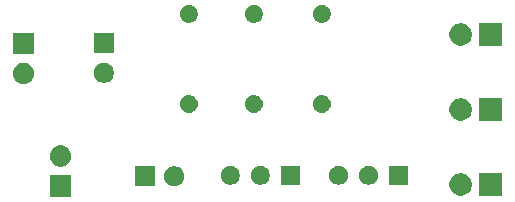
<source format=gbr>
G04 #@! TF.GenerationSoftware,KiCad,Pcbnew,(5.0.2)-1*
G04 #@! TF.CreationDate,2019-04-22T20:12:10-05:00*
G04 #@! TF.ProjectId,luz_audioritmica,6c757a5f-6175-4646-996f-7269746d6963,rev?*
G04 #@! TF.SameCoordinates,PX70bf868PY6c4a2b0*
G04 #@! TF.FileFunction,Soldermask,Bot*
G04 #@! TF.FilePolarity,Negative*
%FSLAX46Y46*%
G04 Gerber Fmt 4.6, Leading zero omitted, Abs format (unit mm)*
G04 Created by KiCad (PCBNEW (5.0.2)-1) date 4/22/2019 8:12:10 PM*
%MOMM*%
%LPD*%
G01*
G04 APERTURE LIST*
%ADD10C,0.100000*%
G04 APERTURE END LIST*
D10*
G36*
X7283000Y2782000D02*
X5481000Y2782000D01*
X5481000Y4584000D01*
X7283000Y4584000D01*
X7283000Y2782000D01*
X7283000Y2782000D01*
G37*
G36*
X43751000Y2859000D02*
X41849000Y2859000D01*
X41849000Y4761000D01*
X43751000Y4761000D01*
X43751000Y2859000D01*
X43751000Y2859000D01*
G37*
G36*
X40537396Y4724454D02*
X40710466Y4652766D01*
X40866230Y4548688D01*
X40998688Y4416230D01*
X41102766Y4260466D01*
X41174454Y4087396D01*
X41211000Y3903667D01*
X41211000Y3716333D01*
X41174454Y3532604D01*
X41102766Y3359534D01*
X40998688Y3203770D01*
X40866230Y3071312D01*
X40710466Y2967234D01*
X40537396Y2895546D01*
X40353667Y2859000D01*
X40166333Y2859000D01*
X39982604Y2895546D01*
X39809534Y2967234D01*
X39653770Y3071312D01*
X39521312Y3203770D01*
X39417234Y3359534D01*
X39345546Y3532604D01*
X39309000Y3716333D01*
X39309000Y3903667D01*
X39345546Y4087396D01*
X39417234Y4260466D01*
X39521312Y4416230D01*
X39653770Y4548688D01*
X39809534Y4652766D01*
X39982604Y4724454D01*
X40166333Y4761000D01*
X40353667Y4761000D01*
X40537396Y4724454D01*
X40537396Y4724454D01*
G37*
G36*
X14351000Y3649000D02*
X12649000Y3649000D01*
X12649000Y5351000D01*
X14351000Y5351000D01*
X14351000Y3649000D01*
X14351000Y3649000D01*
G37*
G36*
X16248228Y5318297D02*
X16403100Y5254147D01*
X16542481Y5161015D01*
X16661015Y5042481D01*
X16754147Y4903100D01*
X16818297Y4748228D01*
X16851000Y4583816D01*
X16851000Y4416184D01*
X16818297Y4251772D01*
X16754147Y4096900D01*
X16661015Y3957519D01*
X16542481Y3838985D01*
X16403100Y3745853D01*
X16248228Y3681703D01*
X16083816Y3649000D01*
X15916184Y3649000D01*
X15751772Y3681703D01*
X15596900Y3745853D01*
X15457519Y3838985D01*
X15338985Y3957519D01*
X15245853Y4096900D01*
X15181703Y4251772D01*
X15149000Y4416184D01*
X15149000Y4583816D01*
X15181703Y4748228D01*
X15245853Y4903100D01*
X15338985Y5042481D01*
X15457519Y5161015D01*
X15596900Y5254147D01*
X15751772Y5318297D01*
X15916184Y5351000D01*
X16083816Y5351000D01*
X16248228Y5318297D01*
X16248228Y5318297D01*
G37*
G36*
X23518643Y5350219D02*
X23664415Y5289838D01*
X23795611Y5202176D01*
X23907176Y5090611D01*
X23994838Y4959415D01*
X24055219Y4813643D01*
X24086000Y4658893D01*
X24086000Y4501107D01*
X24055219Y4346357D01*
X23994838Y4200585D01*
X23907176Y4069389D01*
X23795611Y3957824D01*
X23664415Y3870162D01*
X23518643Y3809781D01*
X23363893Y3779000D01*
X23206107Y3779000D01*
X23051357Y3809781D01*
X22905585Y3870162D01*
X22774389Y3957824D01*
X22662824Y4069389D01*
X22575162Y4200585D01*
X22514781Y4346357D01*
X22484000Y4501107D01*
X22484000Y4658893D01*
X22514781Y4813643D01*
X22575162Y4959415D01*
X22662824Y5090611D01*
X22774389Y5202176D01*
X22905585Y5289838D01*
X23051357Y5350219D01*
X23206107Y5381000D01*
X23363893Y5381000D01*
X23518643Y5350219D01*
X23518643Y5350219D01*
G37*
G36*
X35801000Y3779000D02*
X34199000Y3779000D01*
X34199000Y5381000D01*
X35801000Y5381000D01*
X35801000Y3779000D01*
X35801000Y3779000D01*
G37*
G36*
X20978643Y5350219D02*
X21124415Y5289838D01*
X21255611Y5202176D01*
X21367176Y5090611D01*
X21454838Y4959415D01*
X21515219Y4813643D01*
X21546000Y4658893D01*
X21546000Y4501107D01*
X21515219Y4346357D01*
X21454838Y4200585D01*
X21367176Y4069389D01*
X21255611Y3957824D01*
X21124415Y3870162D01*
X20978643Y3809781D01*
X20823893Y3779000D01*
X20666107Y3779000D01*
X20511357Y3809781D01*
X20365585Y3870162D01*
X20234389Y3957824D01*
X20122824Y4069389D01*
X20035162Y4200585D01*
X19974781Y4346357D01*
X19944000Y4501107D01*
X19944000Y4658893D01*
X19974781Y4813643D01*
X20035162Y4959415D01*
X20122824Y5090611D01*
X20234389Y5202176D01*
X20365585Y5289838D01*
X20511357Y5350219D01*
X20666107Y5381000D01*
X20823893Y5381000D01*
X20978643Y5350219D01*
X20978643Y5350219D01*
G37*
G36*
X26626000Y3779000D02*
X25024000Y3779000D01*
X25024000Y5381000D01*
X26626000Y5381000D01*
X26626000Y3779000D01*
X26626000Y3779000D01*
G37*
G36*
X30153643Y5350219D02*
X30299415Y5289838D01*
X30430611Y5202176D01*
X30542176Y5090611D01*
X30629838Y4959415D01*
X30690219Y4813643D01*
X30721000Y4658893D01*
X30721000Y4501107D01*
X30690219Y4346357D01*
X30629838Y4200585D01*
X30542176Y4069389D01*
X30430611Y3957824D01*
X30299415Y3870162D01*
X30153643Y3809781D01*
X29998893Y3779000D01*
X29841107Y3779000D01*
X29686357Y3809781D01*
X29540585Y3870162D01*
X29409389Y3957824D01*
X29297824Y4069389D01*
X29210162Y4200585D01*
X29149781Y4346357D01*
X29119000Y4501107D01*
X29119000Y4658893D01*
X29149781Y4813643D01*
X29210162Y4959415D01*
X29297824Y5090611D01*
X29409389Y5202176D01*
X29540585Y5289838D01*
X29686357Y5350219D01*
X29841107Y5381000D01*
X29998893Y5381000D01*
X30153643Y5350219D01*
X30153643Y5350219D01*
G37*
G36*
X32693643Y5350219D02*
X32839415Y5289838D01*
X32970611Y5202176D01*
X33082176Y5090611D01*
X33169838Y4959415D01*
X33230219Y4813643D01*
X33261000Y4658893D01*
X33261000Y4501107D01*
X33230219Y4346357D01*
X33169838Y4200585D01*
X33082176Y4069389D01*
X32970611Y3957824D01*
X32839415Y3870162D01*
X32693643Y3809781D01*
X32538893Y3779000D01*
X32381107Y3779000D01*
X32226357Y3809781D01*
X32080585Y3870162D01*
X31949389Y3957824D01*
X31837824Y4069389D01*
X31750162Y4200585D01*
X31689781Y4346357D01*
X31659000Y4501107D01*
X31659000Y4658893D01*
X31689781Y4813643D01*
X31750162Y4959415D01*
X31837824Y5090611D01*
X31949389Y5202176D01*
X32080585Y5289838D01*
X32226357Y5350219D01*
X32381107Y5381000D01*
X32538893Y5381000D01*
X32693643Y5350219D01*
X32693643Y5350219D01*
G37*
G36*
X6492443Y7117481D02*
X6558627Y7110963D01*
X6671853Y7076616D01*
X6728467Y7059443D01*
X6867087Y6985348D01*
X6884991Y6975778D01*
X6920729Y6946448D01*
X7022186Y6863186D01*
X7105448Y6761729D01*
X7134778Y6725991D01*
X7134779Y6725989D01*
X7218443Y6569467D01*
X7218443Y6569466D01*
X7269963Y6399627D01*
X7287359Y6223000D01*
X7269963Y6046373D01*
X7235616Y5933147D01*
X7218443Y5876533D01*
X7144348Y5737913D01*
X7134778Y5720009D01*
X7105448Y5684271D01*
X7022186Y5582814D01*
X6920729Y5499552D01*
X6884991Y5470222D01*
X6884989Y5470221D01*
X6728467Y5386557D01*
X6671853Y5369384D01*
X6558627Y5335037D01*
X6492442Y5328518D01*
X6426260Y5322000D01*
X6337740Y5322000D01*
X6271558Y5328518D01*
X6205373Y5335037D01*
X6092147Y5369384D01*
X6035533Y5386557D01*
X5879011Y5470221D01*
X5879009Y5470222D01*
X5843271Y5499552D01*
X5741814Y5582814D01*
X5658552Y5684271D01*
X5629222Y5720009D01*
X5619652Y5737913D01*
X5545557Y5876533D01*
X5528384Y5933147D01*
X5494037Y6046373D01*
X5476641Y6223000D01*
X5494037Y6399627D01*
X5545557Y6569466D01*
X5545557Y6569467D01*
X5629221Y6725989D01*
X5629222Y6725991D01*
X5658552Y6761729D01*
X5741814Y6863186D01*
X5843271Y6946448D01*
X5879009Y6975778D01*
X5896913Y6985348D01*
X6035533Y7059443D01*
X6092147Y7076616D01*
X6205373Y7110963D01*
X6271557Y7117481D01*
X6337740Y7124000D01*
X6426260Y7124000D01*
X6492443Y7117481D01*
X6492443Y7117481D01*
G37*
G36*
X40537396Y11074454D02*
X40710466Y11002766D01*
X40866230Y10898688D01*
X40998688Y10766230D01*
X41102766Y10610466D01*
X41174454Y10437396D01*
X41211000Y10253667D01*
X41211000Y10066333D01*
X41174454Y9882604D01*
X41102766Y9709534D01*
X40998688Y9553770D01*
X40866230Y9421312D01*
X40710466Y9317234D01*
X40537396Y9245546D01*
X40353667Y9209000D01*
X40166333Y9209000D01*
X39982604Y9245546D01*
X39809534Y9317234D01*
X39653770Y9421312D01*
X39521312Y9553770D01*
X39417234Y9709534D01*
X39345546Y9882604D01*
X39309000Y10066333D01*
X39309000Y10253667D01*
X39345546Y10437396D01*
X39417234Y10610466D01*
X39521312Y10766230D01*
X39653770Y10898688D01*
X39809534Y11002766D01*
X39982604Y11074454D01*
X40166333Y11111000D01*
X40353667Y11111000D01*
X40537396Y11074454D01*
X40537396Y11074454D01*
G37*
G36*
X43751000Y9209000D02*
X41849000Y9209000D01*
X41849000Y11111000D01*
X43751000Y11111000D01*
X43751000Y9209000D01*
X43751000Y9209000D01*
G37*
G36*
X17323665Y11377378D02*
X17397222Y11370133D01*
X17538786Y11327190D01*
X17669252Y11257454D01*
X17783606Y11163606D01*
X17877454Y11049252D01*
X17947190Y10918786D01*
X17990133Y10777222D01*
X18004633Y10630000D01*
X17990133Y10482778D01*
X17947190Y10341214D01*
X17877454Y10210748D01*
X17783606Y10096394D01*
X17669252Y10002546D01*
X17538786Y9932810D01*
X17397222Y9889867D01*
X17323665Y9882622D01*
X17286888Y9879000D01*
X17213112Y9879000D01*
X17176335Y9882622D01*
X17102778Y9889867D01*
X16961214Y9932810D01*
X16830748Y10002546D01*
X16716394Y10096394D01*
X16622546Y10210748D01*
X16552810Y10341214D01*
X16509867Y10482778D01*
X16495367Y10630000D01*
X16509867Y10777222D01*
X16552810Y10918786D01*
X16622546Y11049252D01*
X16716394Y11163606D01*
X16830748Y11257454D01*
X16961214Y11327190D01*
X17102778Y11370133D01*
X17176335Y11377378D01*
X17213112Y11381000D01*
X17286888Y11381000D01*
X17323665Y11377378D01*
X17323665Y11377378D01*
G37*
G36*
X22823665Y11377378D02*
X22897222Y11370133D01*
X23038786Y11327190D01*
X23169252Y11257454D01*
X23283606Y11163606D01*
X23377454Y11049252D01*
X23447190Y10918786D01*
X23490133Y10777222D01*
X23504633Y10630000D01*
X23490133Y10482778D01*
X23447190Y10341214D01*
X23377454Y10210748D01*
X23283606Y10096394D01*
X23169252Y10002546D01*
X23038786Y9932810D01*
X22897222Y9889867D01*
X22823665Y9882622D01*
X22786888Y9879000D01*
X22713112Y9879000D01*
X22676335Y9882622D01*
X22602778Y9889867D01*
X22461214Y9932810D01*
X22330748Y10002546D01*
X22216394Y10096394D01*
X22122546Y10210748D01*
X22052810Y10341214D01*
X22009867Y10482778D01*
X21995367Y10630000D01*
X22009867Y10777222D01*
X22052810Y10918786D01*
X22122546Y11049252D01*
X22216394Y11163606D01*
X22330748Y11257454D01*
X22461214Y11327190D01*
X22602778Y11370133D01*
X22676335Y11377378D01*
X22713112Y11381000D01*
X22786888Y11381000D01*
X22823665Y11377378D01*
X22823665Y11377378D01*
G37*
G36*
X28573665Y11377378D02*
X28647222Y11370133D01*
X28788786Y11327190D01*
X28919252Y11257454D01*
X29033606Y11163606D01*
X29127454Y11049252D01*
X29197190Y10918786D01*
X29240133Y10777222D01*
X29254633Y10630000D01*
X29240133Y10482778D01*
X29197190Y10341214D01*
X29127454Y10210748D01*
X29033606Y10096394D01*
X28919252Y10002546D01*
X28788786Y9932810D01*
X28647222Y9889867D01*
X28573665Y9882622D01*
X28536888Y9879000D01*
X28463112Y9879000D01*
X28426335Y9882622D01*
X28352778Y9889867D01*
X28211214Y9932810D01*
X28080748Y10002546D01*
X27966394Y10096394D01*
X27872546Y10210748D01*
X27802810Y10341214D01*
X27759867Y10482778D01*
X27745367Y10630000D01*
X27759867Y10777222D01*
X27802810Y10918786D01*
X27872546Y11049252D01*
X27966394Y11163606D01*
X28080748Y11257454D01*
X28211214Y11327190D01*
X28352778Y11370133D01*
X28426335Y11377378D01*
X28463112Y11381000D01*
X28536888Y11381000D01*
X28573665Y11377378D01*
X28573665Y11377378D01*
G37*
G36*
X3360443Y14114481D02*
X3426627Y14107963D01*
X3524423Y14078297D01*
X3596467Y14056443D01*
X3675596Y14014147D01*
X3752991Y13972778D01*
X3788729Y13943448D01*
X3890186Y13860186D01*
X3973448Y13758729D01*
X4002778Y13722991D01*
X4002779Y13722989D01*
X4086443Y13566467D01*
X4086443Y13566466D01*
X4137963Y13396627D01*
X4155359Y13220000D01*
X4137963Y13043373D01*
X4128377Y13011772D01*
X4086443Y12873533D01*
X4077552Y12856900D01*
X4002778Y12717009D01*
X3973448Y12681271D01*
X3890186Y12579814D01*
X3800064Y12505854D01*
X3752991Y12467222D01*
X3752989Y12467221D01*
X3596467Y12383557D01*
X3539853Y12366384D01*
X3426627Y12332037D01*
X3360443Y12325519D01*
X3294260Y12319000D01*
X3205740Y12319000D01*
X3139558Y12325518D01*
X3073373Y12332037D01*
X2960147Y12366384D01*
X2903533Y12383557D01*
X2747011Y12467221D01*
X2747009Y12467222D01*
X2699936Y12505854D01*
X2609814Y12579814D01*
X2526552Y12681271D01*
X2497222Y12717009D01*
X2422448Y12856900D01*
X2413557Y12873533D01*
X2371623Y13011772D01*
X2362037Y13043373D01*
X2344641Y13220000D01*
X2362037Y13396627D01*
X2413557Y13566466D01*
X2413557Y13566467D01*
X2497221Y13722989D01*
X2497222Y13722991D01*
X2526552Y13758729D01*
X2609814Y13860186D01*
X2711271Y13943448D01*
X2747009Y13972778D01*
X2824404Y14014147D01*
X2903533Y14056443D01*
X2975577Y14078297D01*
X3073373Y14107963D01*
X3139558Y14114482D01*
X3205740Y14121000D01*
X3294260Y14121000D01*
X3360443Y14114481D01*
X3360443Y14114481D01*
G37*
G36*
X10293228Y14078297D02*
X10448100Y14014147D01*
X10587481Y13921015D01*
X10706015Y13802481D01*
X10799147Y13663100D01*
X10863297Y13508228D01*
X10896000Y13343816D01*
X10896000Y13176184D01*
X10863297Y13011772D01*
X10799147Y12856900D01*
X10706015Y12717519D01*
X10587481Y12598985D01*
X10448100Y12505853D01*
X10293228Y12441703D01*
X10128816Y12409000D01*
X9961184Y12409000D01*
X9796772Y12441703D01*
X9641900Y12505853D01*
X9502519Y12598985D01*
X9383985Y12717519D01*
X9290853Y12856900D01*
X9226703Y13011772D01*
X9194000Y13176184D01*
X9194000Y13343816D01*
X9226703Y13508228D01*
X9290853Y13663100D01*
X9383985Y13802481D01*
X9502519Y13921015D01*
X9641900Y14014147D01*
X9796772Y14078297D01*
X9961184Y14111000D01*
X10128816Y14111000D01*
X10293228Y14078297D01*
X10293228Y14078297D01*
G37*
G36*
X4151000Y14859000D02*
X2349000Y14859000D01*
X2349000Y16661000D01*
X4151000Y16661000D01*
X4151000Y14859000D01*
X4151000Y14859000D01*
G37*
G36*
X10896000Y14909000D02*
X9194000Y14909000D01*
X9194000Y16611000D01*
X10896000Y16611000D01*
X10896000Y14909000D01*
X10896000Y14909000D01*
G37*
G36*
X43751000Y15559000D02*
X41849000Y15559000D01*
X41849000Y17461000D01*
X43751000Y17461000D01*
X43751000Y15559000D01*
X43751000Y15559000D01*
G37*
G36*
X40537396Y17424454D02*
X40710466Y17352766D01*
X40866230Y17248688D01*
X40998688Y17116230D01*
X41102766Y16960466D01*
X41174454Y16787396D01*
X41211000Y16603667D01*
X41211000Y16416333D01*
X41174454Y16232604D01*
X41102766Y16059534D01*
X40998688Y15903770D01*
X40866230Y15771312D01*
X40710466Y15667234D01*
X40537396Y15595546D01*
X40353667Y15559000D01*
X40166333Y15559000D01*
X39982604Y15595546D01*
X39809534Y15667234D01*
X39653770Y15771312D01*
X39521312Y15903770D01*
X39417234Y16059534D01*
X39345546Y16232604D01*
X39309000Y16416333D01*
X39309000Y16603667D01*
X39345546Y16787396D01*
X39417234Y16960466D01*
X39521312Y17116230D01*
X39653770Y17248688D01*
X39809534Y17352766D01*
X39982604Y17424454D01*
X40166333Y17461000D01*
X40353667Y17461000D01*
X40537396Y17424454D01*
X40537396Y17424454D01*
G37*
G36*
X28632004Y18989456D02*
X28719059Y18972140D01*
X28855732Y18915528D01*
X28855733Y18915527D01*
X28978738Y18833338D01*
X29083338Y18728738D01*
X29083340Y18728735D01*
X29165528Y18605732D01*
X29222140Y18469059D01*
X29251000Y18323967D01*
X29251000Y18176033D01*
X29222140Y18030941D01*
X29165528Y17894268D01*
X29165527Y17894267D01*
X29083338Y17771262D01*
X28978738Y17666662D01*
X28978735Y17666660D01*
X28855732Y17584472D01*
X28719059Y17527860D01*
X28632004Y17510544D01*
X28573969Y17499000D01*
X28426031Y17499000D01*
X28367996Y17510544D01*
X28280941Y17527860D01*
X28144268Y17584472D01*
X28021265Y17666660D01*
X28021262Y17666662D01*
X27916662Y17771262D01*
X27834473Y17894267D01*
X27834472Y17894268D01*
X27777860Y18030941D01*
X27749000Y18176033D01*
X27749000Y18323967D01*
X27777860Y18469059D01*
X27834472Y18605732D01*
X27916660Y18728735D01*
X27916662Y18728738D01*
X28021262Y18833338D01*
X28144267Y18915527D01*
X28144268Y18915528D01*
X28280941Y18972140D01*
X28367996Y18989456D01*
X28426031Y19001000D01*
X28573969Y19001000D01*
X28632004Y18989456D01*
X28632004Y18989456D01*
G37*
G36*
X17382004Y18989456D02*
X17469059Y18972140D01*
X17605732Y18915528D01*
X17605733Y18915527D01*
X17728738Y18833338D01*
X17833338Y18728738D01*
X17833340Y18728735D01*
X17915528Y18605732D01*
X17972140Y18469059D01*
X18001000Y18323967D01*
X18001000Y18176033D01*
X17972140Y18030941D01*
X17915528Y17894268D01*
X17915527Y17894267D01*
X17833338Y17771262D01*
X17728738Y17666662D01*
X17728735Y17666660D01*
X17605732Y17584472D01*
X17469059Y17527860D01*
X17382004Y17510544D01*
X17323969Y17499000D01*
X17176031Y17499000D01*
X17117996Y17510544D01*
X17030941Y17527860D01*
X16894268Y17584472D01*
X16771265Y17666660D01*
X16771262Y17666662D01*
X16666662Y17771262D01*
X16584473Y17894267D01*
X16584472Y17894268D01*
X16527860Y18030941D01*
X16499000Y18176033D01*
X16499000Y18323967D01*
X16527860Y18469059D01*
X16584472Y18605732D01*
X16666660Y18728735D01*
X16666662Y18728738D01*
X16771262Y18833338D01*
X16894267Y18915527D01*
X16894268Y18915528D01*
X17030941Y18972140D01*
X17117996Y18989456D01*
X17176031Y19001000D01*
X17323969Y19001000D01*
X17382004Y18989456D01*
X17382004Y18989456D01*
G37*
G36*
X22882004Y18989456D02*
X22969059Y18972140D01*
X23105732Y18915528D01*
X23105733Y18915527D01*
X23228738Y18833338D01*
X23333338Y18728738D01*
X23333340Y18728735D01*
X23415528Y18605732D01*
X23472140Y18469059D01*
X23501000Y18323967D01*
X23501000Y18176033D01*
X23472140Y18030941D01*
X23415528Y17894268D01*
X23415527Y17894267D01*
X23333338Y17771262D01*
X23228738Y17666662D01*
X23228735Y17666660D01*
X23105732Y17584472D01*
X22969059Y17527860D01*
X22882004Y17510544D01*
X22823969Y17499000D01*
X22676031Y17499000D01*
X22617996Y17510544D01*
X22530941Y17527860D01*
X22394268Y17584472D01*
X22271265Y17666660D01*
X22271262Y17666662D01*
X22166662Y17771262D01*
X22084473Y17894267D01*
X22084472Y17894268D01*
X22027860Y18030941D01*
X21999000Y18176033D01*
X21999000Y18323967D01*
X22027860Y18469059D01*
X22084472Y18605732D01*
X22166660Y18728735D01*
X22166662Y18728738D01*
X22271262Y18833338D01*
X22394267Y18915527D01*
X22394268Y18915528D01*
X22530941Y18972140D01*
X22617996Y18989456D01*
X22676031Y19001000D01*
X22823969Y19001000D01*
X22882004Y18989456D01*
X22882004Y18989456D01*
G37*
M02*

</source>
